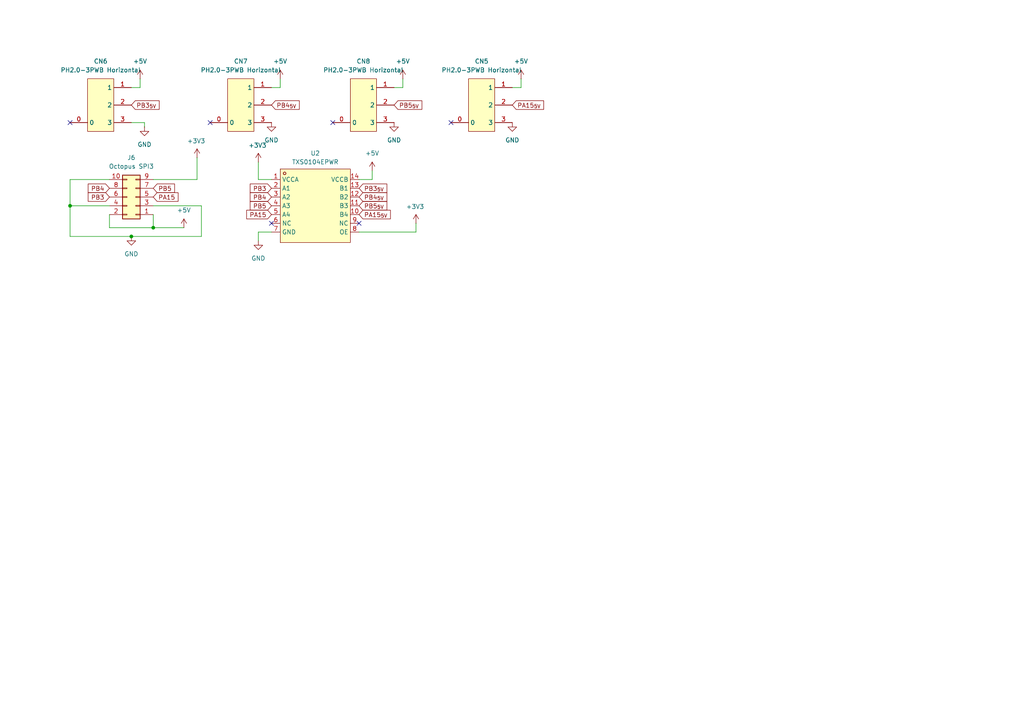
<source format=kicad_sch>
(kicad_sch
	(version 20231120)
	(generator "eeschema")
	(generator_version "8.0")
	(uuid "3b0ac5c1-2509-42ac-8519-4e187cfa66e7")
	(paper "A4")
	(lib_symbols
		(symbol "Connector_Generic:Conn_02x05_Odd_Even"
			(pin_names
				(offset 1.016) hide)
			(exclude_from_sim no)
			(in_bom yes)
			(on_board yes)
			(property "Reference" "J"
				(at 1.27 7.62 0)
				(effects
					(font
						(size 1.27 1.27)
					)
				)
			)
			(property "Value" "Conn_02x05_Odd_Even"
				(at 1.27 -7.62 0)
				(effects
					(font
						(size 1.27 1.27)
					)
				)
			)
			(property "Footprint" ""
				(at 0 0 0)
				(effects
					(font
						(size 1.27 1.27)
					)
					(hide yes)
				)
			)
			(property "Datasheet" "~"
				(at 0 0 0)
				(effects
					(font
						(size 1.27 1.27)
					)
					(hide yes)
				)
			)
			(property "Description" "Generic connector, double row, 02x05, odd/even pin numbering scheme (row 1 odd numbers, row 2 even numbers), script generated (kicad-library-utils/schlib/autogen/connector/)"
				(at 0 0 0)
				(effects
					(font
						(size 1.27 1.27)
					)
					(hide yes)
				)
			)
			(property "ki_keywords" "connector"
				(at 0 0 0)
				(effects
					(font
						(size 1.27 1.27)
					)
					(hide yes)
				)
			)
			(property "ki_fp_filters" "Connector*:*_2x??_*"
				(at 0 0 0)
				(effects
					(font
						(size 1.27 1.27)
					)
					(hide yes)
				)
			)
			(symbol "Conn_02x05_Odd_Even_1_1"
				(rectangle
					(start -1.27 -4.953)
					(end 0 -5.207)
					(stroke
						(width 0.1524)
						(type default)
					)
					(fill
						(type none)
					)
				)
				(rectangle
					(start -1.27 -2.413)
					(end 0 -2.667)
					(stroke
						(width 0.1524)
						(type default)
					)
					(fill
						(type none)
					)
				)
				(rectangle
					(start -1.27 0.127)
					(end 0 -0.127)
					(stroke
						(width 0.1524)
						(type default)
					)
					(fill
						(type none)
					)
				)
				(rectangle
					(start -1.27 2.667)
					(end 0 2.413)
					(stroke
						(width 0.1524)
						(type default)
					)
					(fill
						(type none)
					)
				)
				(rectangle
					(start -1.27 5.207)
					(end 0 4.953)
					(stroke
						(width 0.1524)
						(type default)
					)
					(fill
						(type none)
					)
				)
				(rectangle
					(start -1.27 6.35)
					(end 3.81 -6.35)
					(stroke
						(width 0.254)
						(type default)
					)
					(fill
						(type background)
					)
				)
				(rectangle
					(start 3.81 -4.953)
					(end 2.54 -5.207)
					(stroke
						(width 0.1524)
						(type default)
					)
					(fill
						(type none)
					)
				)
				(rectangle
					(start 3.81 -2.413)
					(end 2.54 -2.667)
					(stroke
						(width 0.1524)
						(type default)
					)
					(fill
						(type none)
					)
				)
				(rectangle
					(start 3.81 0.127)
					(end 2.54 -0.127)
					(stroke
						(width 0.1524)
						(type default)
					)
					(fill
						(type none)
					)
				)
				(rectangle
					(start 3.81 2.667)
					(end 2.54 2.413)
					(stroke
						(width 0.1524)
						(type default)
					)
					(fill
						(type none)
					)
				)
				(rectangle
					(start 3.81 5.207)
					(end 2.54 4.953)
					(stroke
						(width 0.1524)
						(type default)
					)
					(fill
						(type none)
					)
				)
				(pin passive line
					(at -5.08 5.08 0)
					(length 3.81)
					(name "Pin_1"
						(effects
							(font
								(size 1.27 1.27)
							)
						)
					)
					(number "1"
						(effects
							(font
								(size 1.27 1.27)
							)
						)
					)
				)
				(pin passive line
					(at 7.62 -5.08 180)
					(length 3.81)
					(name "Pin_10"
						(effects
							(font
								(size 1.27 1.27)
							)
						)
					)
					(number "10"
						(effects
							(font
								(size 1.27 1.27)
							)
						)
					)
				)
				(pin passive line
					(at 7.62 5.08 180)
					(length 3.81)
					(name "Pin_2"
						(effects
							(font
								(size 1.27 1.27)
							)
						)
					)
					(number "2"
						(effects
							(font
								(size 1.27 1.27)
							)
						)
					)
				)
				(pin passive line
					(at -5.08 2.54 0)
					(length 3.81)
					(name "Pin_3"
						(effects
							(font
								(size 1.27 1.27)
							)
						)
					)
					(number "3"
						(effects
							(font
								(size 1.27 1.27)
							)
						)
					)
				)
				(pin passive line
					(at 7.62 2.54 180)
					(length 3.81)
					(name "Pin_4"
						(effects
							(font
								(size 1.27 1.27)
							)
						)
					)
					(number "4"
						(effects
							(font
								(size 1.27 1.27)
							)
						)
					)
				)
				(pin passive line
					(at -5.08 0 0)
					(length 3.81)
					(name "Pin_5"
						(effects
							(font
								(size 1.27 1.27)
							)
						)
					)
					(number "5"
						(effects
							(font
								(size 1.27 1.27)
							)
						)
					)
				)
				(pin passive line
					(at 7.62 0 180)
					(length 3.81)
					(name "Pin_6"
						(effects
							(font
								(size 1.27 1.27)
							)
						)
					)
					(number "6"
						(effects
							(font
								(size 1.27 1.27)
							)
						)
					)
				)
				(pin passive line
					(at -5.08 -2.54 0)
					(length 3.81)
					(name "Pin_7"
						(effects
							(font
								(size 1.27 1.27)
							)
						)
					)
					(number "7"
						(effects
							(font
								(size 1.27 1.27)
							)
						)
					)
				)
				(pin passive line
					(at 7.62 -2.54 180)
					(length 3.81)
					(name "Pin_8"
						(effects
							(font
								(size 1.27 1.27)
							)
						)
					)
					(number "8"
						(effects
							(font
								(size 1.27 1.27)
							)
						)
					)
				)
				(pin passive line
					(at -5.08 -5.08 0)
					(length 3.81)
					(name "Pin_9"
						(effects
							(font
								(size 1.27 1.27)
							)
						)
					)
					(number "9"
						(effects
							(font
								(size 1.27 1.27)
							)
						)
					)
				)
			)
		)
		(symbol "easyeda:PH2.0-3PWBHorizontal"
			(exclude_from_sim no)
			(in_bom yes)
			(on_board yes)
			(property "Reference" "CN"
				(at 0 10.16 0)
				(effects
					(font
						(size 1.27 1.27)
					)
				)
			)
			(property "Value" "PH2.0-3PWB Horizontal"
				(at 0 -10.16 0)
				(effects
					(font
						(size 1.27 1.27)
					)
				)
			)
			(property "Footprint" "easyeda:CONN-TH_PH-3PWB"
				(at 0 -12.7 0)
				(effects
					(font
						(size 1.27 1.27)
					)
					(hide yes)
				)
			)
			(property "Datasheet" "https://lcsc.com/product-detail/PH-Connectors_PH2-0-3PWB-Horizontal_C81626.html"
				(at 0 -15.24 0)
				(effects
					(font
						(size 1.27 1.27)
					)
					(hide yes)
				)
			)
			(property "Description" ""
				(at 0 0 0)
				(effects
					(font
						(size 1.27 1.27)
					)
					(hide yes)
				)
			)
			(property "LCSC Part" "C81626"
				(at 0 -17.78 0)
				(effects
					(font
						(size 1.27 1.27)
					)
					(hide yes)
				)
			)
			(symbol "PH2.0-3PWBHorizontal_0_1"
				(rectangle
					(start -7.62 7.62)
					(end 0 -7.62)
					(stroke
						(width 0)
						(type default)
					)
					(fill
						(type background)
					)
				)
				(pin unspecified line
					(at -12.7 -5.08 0)
					(length 5.08)
					(name "0"
						(effects
							(font
								(size 1.27 1.27)
							)
						)
					)
					(number "0"
						(effects
							(font
								(size 1.27 1.27)
							)
						)
					)
				)
				(pin input line
					(at 5.08 5.08 180)
					(length 5.08)
					(name "1"
						(effects
							(font
								(size 1.27 1.27)
							)
						)
					)
					(number "1"
						(effects
							(font
								(size 1.27 1.27)
							)
						)
					)
				)
				(pin input line
					(at 5.08 0 180)
					(length 5.08)
					(name "2"
						(effects
							(font
								(size 1.27 1.27)
							)
						)
					)
					(number "2"
						(effects
							(font
								(size 1.27 1.27)
							)
						)
					)
				)
				(pin input line
					(at 5.08 -5.08 180)
					(length 5.08)
					(name "3"
						(effects
							(font
								(size 1.27 1.27)
							)
						)
					)
					(number "3"
						(effects
							(font
								(size 1.27 1.27)
							)
						)
					)
				)
			)
		)
		(symbol "easyeda:TXS0104EPWR"
			(exclude_from_sim no)
			(in_bom yes)
			(on_board yes)
			(property "Reference" "U"
				(at 0 12.7 0)
				(effects
					(font
						(size 1.27 1.27)
					)
				)
			)
			(property "Value" "TXS0104EPWR"
				(at 0 -12.7 0)
				(effects
					(font
						(size 1.27 1.27)
					)
				)
			)
			(property "Footprint" "easyeda:TSSOP-14_L5.0-W4.4-P0.65-LS6.4-BL"
				(at 0 -15.24 0)
				(effects
					(font
						(size 1.27 1.27)
					)
					(hide yes)
				)
			)
			(property "Datasheet" "https://lcsc.com/product-detail/Interface-ICs_TI_TXS0104EPWR_TXS0104EPWR_C44955.html"
				(at 0 -17.78 0)
				(effects
					(font
						(size 1.27 1.27)
					)
					(hide yes)
				)
			)
			(property "Description" ""
				(at 0 0 0)
				(effects
					(font
						(size 1.27 1.27)
					)
					(hide yes)
				)
			)
			(property "LCSC Part" "C44955"
				(at 0 -20.32 0)
				(effects
					(font
						(size 1.27 1.27)
					)
					(hide yes)
				)
			)
			(symbol "TXS0104EPWR_0_1"
				(rectangle
					(start -10.16 10.67)
					(end 10.16 -10.67)
					(stroke
						(width 0)
						(type default)
					)
					(fill
						(type background)
					)
				)
				(circle
					(center -8.89 9.4)
					(radius 0.38)
					(stroke
						(width 0)
						(type default)
					)
					(fill
						(type none)
					)
				)
				(circle
					(center -8.89 9.4)
					(radius 0.38)
					(stroke
						(width 0)
						(type default)
					)
					(fill
						(type none)
					)
				)
				(pin unspecified line
					(at -12.7 7.62 0)
					(length 2.54)
					(name "VCCA"
						(effects
							(font
								(size 1.27 1.27)
							)
						)
					)
					(number "1"
						(effects
							(font
								(size 1.27 1.27)
							)
						)
					)
				)
				(pin unspecified line
					(at 12.7 -2.54 180)
					(length 2.54)
					(name "B4"
						(effects
							(font
								(size 1.27 1.27)
							)
						)
					)
					(number "10"
						(effects
							(font
								(size 1.27 1.27)
							)
						)
					)
				)
				(pin unspecified line
					(at 12.7 0 180)
					(length 2.54)
					(name "B3"
						(effects
							(font
								(size 1.27 1.27)
							)
						)
					)
					(number "11"
						(effects
							(font
								(size 1.27 1.27)
							)
						)
					)
				)
				(pin unspecified line
					(at 12.7 2.54 180)
					(length 2.54)
					(name "B2"
						(effects
							(font
								(size 1.27 1.27)
							)
						)
					)
					(number "12"
						(effects
							(font
								(size 1.27 1.27)
							)
						)
					)
				)
				(pin unspecified line
					(at 12.7 5.08 180)
					(length 2.54)
					(name "B1"
						(effects
							(font
								(size 1.27 1.27)
							)
						)
					)
					(number "13"
						(effects
							(font
								(size 1.27 1.27)
							)
						)
					)
				)
				(pin unspecified line
					(at 12.7 7.62 180)
					(length 2.54)
					(name "VCCB"
						(effects
							(font
								(size 1.27 1.27)
							)
						)
					)
					(number "14"
						(effects
							(font
								(size 1.27 1.27)
							)
						)
					)
				)
				(pin unspecified line
					(at -12.7 5.08 0)
					(length 2.54)
					(name "A1"
						(effects
							(font
								(size 1.27 1.27)
							)
						)
					)
					(number "2"
						(effects
							(font
								(size 1.27 1.27)
							)
						)
					)
				)
				(pin unspecified line
					(at -12.7 2.54 0)
					(length 2.54)
					(name "A2"
						(effects
							(font
								(size 1.27 1.27)
							)
						)
					)
					(number "3"
						(effects
							(font
								(size 1.27 1.27)
							)
						)
					)
				)
				(pin unspecified line
					(at -12.7 0 0)
					(length 2.54)
					(name "A3"
						(effects
							(font
								(size 1.27 1.27)
							)
						)
					)
					(number "4"
						(effects
							(font
								(size 1.27 1.27)
							)
						)
					)
				)
				(pin unspecified line
					(at -12.7 -2.54 0)
					(length 2.54)
					(name "A4"
						(effects
							(font
								(size 1.27 1.27)
							)
						)
					)
					(number "5"
						(effects
							(font
								(size 1.27 1.27)
							)
						)
					)
				)
				(pin unspecified line
					(at -12.7 -5.08 0)
					(length 2.54)
					(name "NC"
						(effects
							(font
								(size 1.27 1.27)
							)
						)
					)
					(number "6"
						(effects
							(font
								(size 1.27 1.27)
							)
						)
					)
				)
				(pin unspecified line
					(at -12.7 -7.62 0)
					(length 2.54)
					(name "GND"
						(effects
							(font
								(size 1.27 1.27)
							)
						)
					)
					(number "7"
						(effects
							(font
								(size 1.27 1.27)
							)
						)
					)
				)
				(pin unspecified line
					(at 12.7 -7.62 180)
					(length 2.54)
					(name "OE"
						(effects
							(font
								(size 1.27 1.27)
							)
						)
					)
					(number "8"
						(effects
							(font
								(size 1.27 1.27)
							)
						)
					)
				)
				(pin unspecified line
					(at 12.7 -5.08 180)
					(length 2.54)
					(name "NC"
						(effects
							(font
								(size 1.27 1.27)
							)
						)
					)
					(number "9"
						(effects
							(font
								(size 1.27 1.27)
							)
						)
					)
				)
			)
		)
		(symbol "power:+3V3"
			(power)
			(pin_numbers hide)
			(pin_names
				(offset 0) hide)
			(exclude_from_sim no)
			(in_bom yes)
			(on_board yes)
			(property "Reference" "#PWR"
				(at 0 -3.81 0)
				(effects
					(font
						(size 1.27 1.27)
					)
					(hide yes)
				)
			)
			(property "Value" "+3V3"
				(at 0 3.556 0)
				(effects
					(font
						(size 1.27 1.27)
					)
				)
			)
			(property "Footprint" ""
				(at 0 0 0)
				(effects
					(font
						(size 1.27 1.27)
					)
					(hide yes)
				)
			)
			(property "Datasheet" ""
				(at 0 0 0)
				(effects
					(font
						(size 1.27 1.27)
					)
					(hide yes)
				)
			)
			(property "Description" "Power symbol creates a global label with name \"+3V3\""
				(at 0 0 0)
				(effects
					(font
						(size 1.27 1.27)
					)
					(hide yes)
				)
			)
			(property "ki_keywords" "global power"
				(at 0 0 0)
				(effects
					(font
						(size 1.27 1.27)
					)
					(hide yes)
				)
			)
			(symbol "+3V3_0_1"
				(polyline
					(pts
						(xy -0.762 1.27) (xy 0 2.54)
					)
					(stroke
						(width 0)
						(type default)
					)
					(fill
						(type none)
					)
				)
				(polyline
					(pts
						(xy 0 0) (xy 0 2.54)
					)
					(stroke
						(width 0)
						(type default)
					)
					(fill
						(type none)
					)
				)
				(polyline
					(pts
						(xy 0 2.54) (xy 0.762 1.27)
					)
					(stroke
						(width 0)
						(type default)
					)
					(fill
						(type none)
					)
				)
			)
			(symbol "+3V3_1_1"
				(pin power_in line
					(at 0 0 90)
					(length 0)
					(name "~"
						(effects
							(font
								(size 1.27 1.27)
							)
						)
					)
					(number "1"
						(effects
							(font
								(size 1.27 1.27)
							)
						)
					)
				)
			)
		)
		(symbol "power:+5V"
			(power)
			(pin_numbers hide)
			(pin_names
				(offset 0) hide)
			(exclude_from_sim no)
			(in_bom yes)
			(on_board yes)
			(property "Reference" "#PWR"
				(at 0 -3.81 0)
				(effects
					(font
						(size 1.27 1.27)
					)
					(hide yes)
				)
			)
			(property "Value" "+5V"
				(at 0 3.556 0)
				(effects
					(font
						(size 1.27 1.27)
					)
				)
			)
			(property "Footprint" ""
				(at 0 0 0)
				(effects
					(font
						(size 1.27 1.27)
					)
					(hide yes)
				)
			)
			(property "Datasheet" ""
				(at 0 0 0)
				(effects
					(font
						(size 1.27 1.27)
					)
					(hide yes)
				)
			)
			(property "Description" "Power symbol creates a global label with name \"+5V\""
				(at 0 0 0)
				(effects
					(font
						(size 1.27 1.27)
					)
					(hide yes)
				)
			)
			(property "ki_keywords" "global power"
				(at 0 0 0)
				(effects
					(font
						(size 1.27 1.27)
					)
					(hide yes)
				)
			)
			(symbol "+5V_0_1"
				(polyline
					(pts
						(xy -0.762 1.27) (xy 0 2.54)
					)
					(stroke
						(width 0)
						(type default)
					)
					(fill
						(type none)
					)
				)
				(polyline
					(pts
						(xy 0 0) (xy 0 2.54)
					)
					(stroke
						(width 0)
						(type default)
					)
					(fill
						(type none)
					)
				)
				(polyline
					(pts
						(xy 0 2.54) (xy 0.762 1.27)
					)
					(stroke
						(width 0)
						(type default)
					)
					(fill
						(type none)
					)
				)
			)
			(symbol "+5V_1_1"
				(pin power_in line
					(at 0 0 90)
					(length 0)
					(name "~"
						(effects
							(font
								(size 1.27 1.27)
							)
						)
					)
					(number "1"
						(effects
							(font
								(size 1.27 1.27)
							)
						)
					)
				)
			)
		)
		(symbol "power:GND"
			(power)
			(pin_numbers hide)
			(pin_names
				(offset 0) hide)
			(exclude_from_sim no)
			(in_bom yes)
			(on_board yes)
			(property "Reference" "#PWR"
				(at 0 -6.35 0)
				(effects
					(font
						(size 1.27 1.27)
					)
					(hide yes)
				)
			)
			(property "Value" "GND"
				(at 0 -3.81 0)
				(effects
					(font
						(size 1.27 1.27)
					)
				)
			)
			(property "Footprint" ""
				(at 0 0 0)
				(effects
					(font
						(size 1.27 1.27)
					)
					(hide yes)
				)
			)
			(property "Datasheet" ""
				(at 0 0 0)
				(effects
					(font
						(size 1.27 1.27)
					)
					(hide yes)
				)
			)
			(property "Description" "Power symbol creates a global label with name \"GND\" , ground"
				(at 0 0 0)
				(effects
					(font
						(size 1.27 1.27)
					)
					(hide yes)
				)
			)
			(property "ki_keywords" "global power"
				(at 0 0 0)
				(effects
					(font
						(size 1.27 1.27)
					)
					(hide yes)
				)
			)
			(symbol "GND_0_1"
				(polyline
					(pts
						(xy 0 0) (xy 0 -1.27) (xy 1.27 -1.27) (xy 0 -2.54) (xy -1.27 -1.27) (xy 0 -1.27)
					)
					(stroke
						(width 0)
						(type default)
					)
					(fill
						(type none)
					)
				)
			)
			(symbol "GND_1_1"
				(pin power_in line
					(at 0 0 270)
					(length 0)
					(name "~"
						(effects
							(font
								(size 1.27 1.27)
							)
						)
					)
					(number "1"
						(effects
							(font
								(size 1.27 1.27)
							)
						)
					)
				)
			)
		)
	)
	(junction
		(at 20.32 59.69)
		(diameter 0)
		(color 0 0 0 0)
		(uuid "036746de-b995-4e72-8279-d75a3855dedd")
	)
	(junction
		(at 38.1 68.58)
		(diameter 0)
		(color 0 0 0 0)
		(uuid "84187d57-3788-4b79-8beb-d78a0c8da0be")
	)
	(junction
		(at 44.45 66.04)
		(diameter 0)
		(color 0 0 0 0)
		(uuid "9b4ca0f5-c609-43a5-aa8e-e551584b35ac")
	)
	(no_connect
		(at 130.81 35.56)
		(uuid "109065d4-ebf1-471f-9862-8d236269ee0d")
	)
	(no_connect
		(at 78.74 64.77)
		(uuid "5f9748dd-e2a8-4f12-96b3-2f1812cfa394")
	)
	(no_connect
		(at 20.32 35.56)
		(uuid "9ce263e5-0ac8-4286-89b5-ac6147e975d2")
	)
	(no_connect
		(at 104.14 64.77)
		(uuid "c4185dc5-b719-46ba-a627-28156c04f909")
	)
	(no_connect
		(at 60.96 35.56)
		(uuid "e1987b03-c4b2-4bab-aef7-5882e7228b05")
	)
	(no_connect
		(at 96.52 35.56)
		(uuid "fe7141b8-b293-4c05-8e10-65b627bb30a1")
	)
	(wire
		(pts
			(xy 151.13 22.86) (xy 151.13 25.4)
		)
		(stroke
			(width 0)
			(type default)
		)
		(uuid "0986e8d1-cd26-4e98-af6a-5cba89a63130")
	)
	(wire
		(pts
			(xy 104.14 67.31) (xy 120.65 67.31)
		)
		(stroke
			(width 0)
			(type default)
		)
		(uuid "10855db9-db37-4e87-b371-aa794023e388")
	)
	(wire
		(pts
			(xy 74.93 67.31) (xy 74.93 69.85)
		)
		(stroke
			(width 0)
			(type default)
		)
		(uuid "319bc48b-db0a-4add-8680-efbb161c0112")
	)
	(wire
		(pts
			(xy 58.42 68.58) (xy 58.42 59.69)
		)
		(stroke
			(width 0)
			(type default)
		)
		(uuid "36f02ca2-684f-4227-a888-8477ad8138c6")
	)
	(wire
		(pts
			(xy 116.84 22.86) (xy 116.84 25.4)
		)
		(stroke
			(width 0)
			(type default)
		)
		(uuid "39df4a25-6cef-4c3f-a876-0272345b805a")
	)
	(wire
		(pts
			(xy 20.32 59.69) (xy 20.32 68.58)
		)
		(stroke
			(width 0)
			(type default)
		)
		(uuid "3e8888f0-dd77-4fe3-93de-470b0e1c5b16")
	)
	(wire
		(pts
			(xy 20.32 52.07) (xy 20.32 59.69)
		)
		(stroke
			(width 0)
			(type default)
		)
		(uuid "40674745-240c-43c4-95fd-9bb04a81de26")
	)
	(wire
		(pts
			(xy 40.64 22.86) (xy 40.64 25.4)
		)
		(stroke
			(width 0)
			(type default)
		)
		(uuid "40a2fc99-b951-49fe-b5ca-7c964302fbb1")
	)
	(wire
		(pts
			(xy 107.95 52.07) (xy 107.95 49.53)
		)
		(stroke
			(width 0)
			(type default)
		)
		(uuid "4f8af85a-9daf-462f-ba8a-b945f40c015d")
	)
	(wire
		(pts
			(xy 44.45 66.04) (xy 31.75 66.04)
		)
		(stroke
			(width 0)
			(type default)
		)
		(uuid "51180db8-435f-4688-916d-38c95dce2daf")
	)
	(wire
		(pts
			(xy 104.14 52.07) (xy 107.95 52.07)
		)
		(stroke
			(width 0)
			(type default)
		)
		(uuid "536b9434-3767-4575-b61d-d2f54eb84a73")
	)
	(wire
		(pts
			(xy 31.75 66.04) (xy 31.75 62.23)
		)
		(stroke
			(width 0)
			(type default)
		)
		(uuid "6d56bd32-6fcb-4a8a-a131-35d93bc83ebc")
	)
	(wire
		(pts
			(xy 120.65 67.31) (xy 120.65 64.77)
		)
		(stroke
			(width 0)
			(type default)
		)
		(uuid "6eeea346-e195-458c-b197-16a849ee78c6")
	)
	(wire
		(pts
			(xy 20.32 52.07) (xy 31.75 52.07)
		)
		(stroke
			(width 0)
			(type default)
		)
		(uuid "7f6a2bfe-d343-41ec-83da-b66bd6fa7000")
	)
	(wire
		(pts
			(xy 78.74 67.31) (xy 74.93 67.31)
		)
		(stroke
			(width 0)
			(type default)
		)
		(uuid "8394b0c5-fe8e-43dd-b3ae-423727d03fba")
	)
	(wire
		(pts
			(xy 41.91 35.56) (xy 41.91 36.83)
		)
		(stroke
			(width 0)
			(type default)
		)
		(uuid "91df7ae5-429f-4d0d-ad1b-30d0c124fb0b")
	)
	(wire
		(pts
			(xy 38.1 68.58) (xy 58.42 68.58)
		)
		(stroke
			(width 0)
			(type default)
		)
		(uuid "93245654-ab7d-4d6c-a84b-4f14cacf9d79")
	)
	(wire
		(pts
			(xy 53.34 66.04) (xy 44.45 66.04)
		)
		(stroke
			(width 0)
			(type default)
		)
		(uuid "9c747d95-61f8-4fdc-bc19-b16641f560d2")
	)
	(wire
		(pts
			(xy 74.93 52.07) (xy 78.74 52.07)
		)
		(stroke
			(width 0)
			(type default)
		)
		(uuid "9f97b3b6-8abf-4fd3-b878-020fc5c0e410")
	)
	(wire
		(pts
			(xy 151.13 25.4) (xy 148.59 25.4)
		)
		(stroke
			(width 0)
			(type default)
		)
		(uuid "a505c7c9-4504-4781-a0d2-6ac2fd47d558")
	)
	(wire
		(pts
			(xy 40.64 25.4) (xy 38.1 25.4)
		)
		(stroke
			(width 0)
			(type default)
		)
		(uuid "a62c36a5-5e3a-45bc-ab12-22858e98fe16")
	)
	(wire
		(pts
			(xy 81.28 22.86) (xy 81.28 25.4)
		)
		(stroke
			(width 0)
			(type default)
		)
		(uuid "a8171c64-88b5-4bb5-9c58-dc1f072af6e7")
	)
	(wire
		(pts
			(xy 116.84 25.4) (xy 114.3 25.4)
		)
		(stroke
			(width 0)
			(type default)
		)
		(uuid "b2426ff3-2191-4497-ae7a-223f1142a9d6")
	)
	(wire
		(pts
			(xy 38.1 35.56) (xy 41.91 35.56)
		)
		(stroke
			(width 0)
			(type default)
		)
		(uuid "b790ffe9-885b-41d5-8ef0-7375ee152e0a")
	)
	(wire
		(pts
			(xy 57.15 52.07) (xy 57.15 45.72)
		)
		(stroke
			(width 0)
			(type default)
		)
		(uuid "ba78b2da-46e0-4672-b044-27f8e1885e62")
	)
	(wire
		(pts
			(xy 20.32 68.58) (xy 38.1 68.58)
		)
		(stroke
			(width 0)
			(type default)
		)
		(uuid "bc7d35f8-9f72-4427-8b3a-4fa4cb436d28")
	)
	(wire
		(pts
			(xy 58.42 59.69) (xy 44.45 59.69)
		)
		(stroke
			(width 0)
			(type default)
		)
		(uuid "c59bcafe-e1f9-47f6-ac93-cfb05fa9acca")
	)
	(wire
		(pts
			(xy 81.28 25.4) (xy 78.74 25.4)
		)
		(stroke
			(width 0)
			(type default)
		)
		(uuid "c6d30572-1253-494c-b5d6-fd406b485014")
	)
	(wire
		(pts
			(xy 74.93 46.99) (xy 74.93 52.07)
		)
		(stroke
			(width 0)
			(type default)
		)
		(uuid "cbd84b78-5636-4b57-a41d-ce90ccf8417e")
	)
	(wire
		(pts
			(xy 44.45 52.07) (xy 57.15 52.07)
		)
		(stroke
			(width 0)
			(type default)
		)
		(uuid "cc88ce89-e260-4db0-b8d8-9efe08125fa1")
	)
	(wire
		(pts
			(xy 44.45 66.04) (xy 44.45 62.23)
		)
		(stroke
			(width 0)
			(type default)
		)
		(uuid "d770e979-07ef-4442-8b54-1a09342b71ef")
	)
	(wire
		(pts
			(xy 20.32 59.69) (xy 31.75 59.69)
		)
		(stroke
			(width 0)
			(type default)
		)
		(uuid "f7f59068-48cc-4f93-9c9b-58bc6f18f497")
	)
	(global_label "PB3_{5V}"
		(shape input)
		(at 104.14 54.61 0)
		(fields_autoplaced yes)
		(effects
			(font
				(size 1.27 1.27)
			)
			(justify left)
		)
		(uuid "100f892b-0747-4732-9329-15a256ff654c")
		(property "Intersheetrefs" "${INTERSHEET_REFS}"
			(at 112.764 54.61 0)
			(effects
				(font
					(size 1.27 1.27)
				)
				(justify left)
				(hide yes)
			)
		)
	)
	(global_label "PB4"
		(shape input)
		(at 31.75 54.61 180)
		(fields_autoplaced yes)
		(effects
			(font
				(size 1.27 1.27)
			)
			(justify right)
		)
		(uuid "22408f4c-1acd-40c5-9420-6b58fd03f766")
		(property "Intersheetrefs" "${INTERSHEET_REFS}"
			(at 25.0153 54.61 0)
			(effects
				(font
					(size 1.27 1.27)
				)
				(justify right)
				(hide yes)
			)
		)
	)
	(global_label "PA15_{5V}"
		(shape input)
		(at 104.14 62.23 0)
		(fields_autoplaced yes)
		(effects
			(font
				(size 1.27 1.27)
			)
			(justify left)
		)
		(uuid "2c717fb1-3b20-4b66-868a-23fcaf33c908")
		(property "Intersheetrefs" "${INTERSHEET_REFS}"
			(at 113.7921 62.23 0)
			(effects
				(font
					(size 1.27 1.27)
				)
				(justify left)
				(hide yes)
			)
		)
	)
	(global_label "PB4_{5V}"
		(shape input)
		(at 78.74 30.48 0)
		(fields_autoplaced yes)
		(effects
			(font
				(size 1.27 1.27)
			)
			(justify left)
		)
		(uuid "4da7a6a0-3877-4d28-b776-79e875d5fbe2")
		(property "Intersheetrefs" "${INTERSHEET_REFS}"
			(at 87.364 30.48 0)
			(effects
				(font
					(size 1.27 1.27)
				)
				(justify left)
				(hide yes)
			)
		)
	)
	(global_label "PB4"
		(shape input)
		(at 78.74 57.15 180)
		(fields_autoplaced yes)
		(effects
			(font
				(size 1.27 1.27)
			)
			(justify right)
		)
		(uuid "500755e7-bb1a-4840-b85f-e10cb224ddf2")
		(property "Intersheetrefs" "${INTERSHEET_REFS}"
			(at 72.0053 57.15 0)
			(effects
				(font
					(size 1.27 1.27)
				)
				(justify right)
				(hide yes)
			)
		)
	)
	(global_label "PB5"
		(shape input)
		(at 78.74 59.69 180)
		(fields_autoplaced yes)
		(effects
			(font
				(size 1.27 1.27)
			)
			(justify right)
		)
		(uuid "66134c70-7f86-4e3a-a9d4-5bcbf0f0453b")
		(property "Intersheetrefs" "${INTERSHEET_REFS}"
			(at 72.0053 59.69 0)
			(effects
				(font
					(size 1.27 1.27)
				)
				(justify right)
				(hide yes)
			)
		)
	)
	(global_label "PB3"
		(shape input)
		(at 31.75 57.15 180)
		(fields_autoplaced yes)
		(effects
			(font
				(size 1.27 1.27)
			)
			(justify right)
		)
		(uuid "81b5b009-cc5c-42d6-8028-8b4d71e18384")
		(property "Intersheetrefs" "${INTERSHEET_REFS}"
			(at 25.0153 57.15 0)
			(effects
				(font
					(size 1.27 1.27)
				)
				(justify right)
				(hide yes)
			)
		)
	)
	(global_label "PB5_{5V}"
		(shape input)
		(at 114.3 30.48 0)
		(fields_autoplaced yes)
		(effects
			(font
				(size 1.27 1.27)
			)
			(justify left)
		)
		(uuid "921e24ce-7ae8-404e-a9aa-f22a04c486c9")
		(property "Intersheetrefs" "${INTERSHEET_REFS}"
			(at 122.924 30.48 0)
			(effects
				(font
					(size 1.27 1.27)
				)
				(justify left)
				(hide yes)
			)
		)
	)
	(global_label "PB4_{5V}"
		(shape input)
		(at 104.14 57.15 0)
		(fields_autoplaced yes)
		(effects
			(font
				(size 1.27 1.27)
			)
			(justify left)
		)
		(uuid "942a5d4c-469e-4fc2-9c1b-dd6a3745f788")
		(property "Intersheetrefs" "${INTERSHEET_REFS}"
			(at 112.764 57.15 0)
			(effects
				(font
					(size 1.27 1.27)
				)
				(justify left)
				(hide yes)
			)
		)
	)
	(global_label "PA15"
		(shape input)
		(at 44.45 57.15 0)
		(fields_autoplaced yes)
		(effects
			(font
				(size 1.27 1.27)
			)
			(justify left)
		)
		(uuid "b8035611-4c6c-49c0-a5f8-a7af466f5f2b")
		(property "Intersheetrefs" "${INTERSHEET_REFS}"
			(at 52.2128 57.15 0)
			(effects
				(font
					(size 1.27 1.27)
				)
				(justify left)
				(hide yes)
			)
		)
	)
	(global_label "PA15"
		(shape input)
		(at 78.74 62.23 180)
		(fields_autoplaced yes)
		(effects
			(font
				(size 1.27 1.27)
			)
			(justify right)
		)
		(uuid "ba2bbf80-d5d0-4d6e-b190-15400df20e8e")
		(property "Intersheetrefs" "${INTERSHEET_REFS}"
			(at 70.9772 62.23 0)
			(effects
				(font
					(size 1.27 1.27)
				)
				(justify right)
				(hide yes)
			)
		)
	)
	(global_label "PB5"
		(shape input)
		(at 44.45 54.61 0)
		(fields_autoplaced yes)
		(effects
			(font
				(size 1.27 1.27)
			)
			(justify left)
		)
		(uuid "bf41549b-9e8f-40ee-be21-57562cf68703")
		(property "Intersheetrefs" "${INTERSHEET_REFS}"
			(at 51.1847 54.61 0)
			(effects
				(font
					(size 1.27 1.27)
				)
				(justify left)
				(hide yes)
			)
		)
	)
	(global_label "PB5_{5V}"
		(shape input)
		(at 104.14 59.69 0)
		(fields_autoplaced yes)
		(effects
			(font
				(size 1.27 1.27)
			)
			(justify left)
		)
		(uuid "c97047e2-8476-4a81-b483-00be5fac3c6f")
		(property "Intersheetrefs" "${INTERSHEET_REFS}"
			(at 112.764 59.69 0)
			(effects
				(font
					(size 1.27 1.27)
				)
				(justify left)
				(hide yes)
			)
		)
	)
	(global_label "PB3_{5V}"
		(shape input)
		(at 38.1 30.48 0)
		(fields_autoplaced yes)
		(effects
			(font
				(size 1.27 1.27)
			)
			(justify left)
		)
		(uuid "cb97de17-e96a-4aed-9112-f232f82f4bd8")
		(property "Intersheetrefs" "${INTERSHEET_REFS}"
			(at 46.724 30.48 0)
			(effects
				(font
					(size 1.27 1.27)
				)
				(justify left)
				(hide yes)
			)
		)
	)
	(global_label "PA15_{5V}"
		(shape input)
		(at 148.59 30.48 0)
		(fields_autoplaced yes)
		(effects
			(font
				(size 1.27 1.27)
			)
			(justify left)
		)
		(uuid "e1ce00c2-d105-4e32-aec0-c25a44b876be")
		(property "Intersheetrefs" "${INTERSHEET_REFS}"
			(at 158.2421 30.48 0)
			(effects
				(font
					(size 1.27 1.27)
				)
				(justify left)
				(hide yes)
			)
		)
	)
	(global_label "PB3"
		(shape input)
		(at 78.74 54.61 180)
		(fields_autoplaced yes)
		(effects
			(font
				(size 1.27 1.27)
			)
			(justify right)
		)
		(uuid "e6e1308b-6b74-4fea-9787-3d328a3e0cb1")
		(property "Intersheetrefs" "${INTERSHEET_REFS}"
			(at 72.0053 54.61 0)
			(effects
				(font
					(size 1.27 1.27)
				)
				(justify right)
				(hide yes)
			)
		)
	)
	(symbol
		(lib_id "easyeda:PH2.0-3PWBHorizontal")
		(at 109.22 30.48 0)
		(unit 1)
		(exclude_from_sim no)
		(in_bom yes)
		(on_board yes)
		(dnp no)
		(fields_autoplaced yes)
		(uuid "09d7a533-934b-41d0-8553-5f835167be6d")
		(property "Reference" "CN8"
			(at 105.41 17.78 0)
			(effects
				(font
					(size 1.27 1.27)
				)
			)
		)
		(property "Value" "PH2.0-3PWB Horizontal"
			(at 105.41 20.32 0)
			(effects
				(font
					(size 1.27 1.27)
				)
			)
		)
		(property "Footprint" "easyeda:CONN-TH_PH-3PWB"
			(at 109.22 43.18 0)
			(effects
				(font
					(size 1.27 1.27)
				)
				(hide yes)
			)
		)
		(property "Datasheet" "https://lcsc.com/product-detail/PH-Connectors_PH2-0-3PWB-Horizontal_C81626.html"
			(at 109.22 45.72 0)
			(effects
				(font
					(size 1.27 1.27)
				)
				(hide yes)
			)
		)
		(property "Description" ""
			(at 109.22 30.48 0)
			(effects
				(font
					(size 1.27 1.27)
				)
				(hide yes)
			)
		)
		(property "LCSC Part" "C81626"
			(at 109.22 48.26 0)
			(effects
				(font
					(size 1.27 1.27)
				)
				(hide yes)
			)
		)
		(pin "0"
			(uuid "e592e3f3-d098-45df-81a2-63065de998dd")
		)
		(pin "1"
			(uuid "920cb455-4df1-4b0a-815d-bfb7f6cdea66")
		)
		(pin "3"
			(uuid "c4d6dded-637e-4e67-a9e5-ec890c47bd48")
		)
		(pin "2"
			(uuid "973674fb-c748-4e3d-9c17-4dcfc9984bcf")
		)
		(instances
			(project "octopixel"
				(path "/3b0ac5c1-2509-42ac-8519-4e187cfa66e7"
					(reference "CN8")
					(unit 1)
				)
			)
		)
	)
	(symbol
		(lib_id "easyeda:PH2.0-3PWBHorizontal")
		(at 73.66 30.48 0)
		(unit 1)
		(exclude_from_sim no)
		(in_bom yes)
		(on_board yes)
		(dnp no)
		(fields_autoplaced yes)
		(uuid "17061fc7-1bf3-4a3f-8821-9bb67303aca8")
		(property "Reference" "CN7"
			(at 69.85 17.78 0)
			(effects
				(font
					(size 1.27 1.27)
				)
			)
		)
		(property "Value" "PH2.0-3PWB Horizontal"
			(at 69.85 20.32 0)
			(effects
				(font
					(size 1.27 1.27)
				)
			)
		)
		(property "Footprint" "easyeda:CONN-TH_PH-3PWB"
			(at 73.66 43.18 0)
			(effects
				(font
					(size 1.27 1.27)
				)
				(hide yes)
			)
		)
		(property "Datasheet" "https://lcsc.com/product-detail/PH-Connectors_PH2-0-3PWB-Horizontal_C81626.html"
			(at 73.66 45.72 0)
			(effects
				(font
					(size 1.27 1.27)
				)
				(hide yes)
			)
		)
		(property "Description" ""
			(at 73.66 30.48 0)
			(effects
				(font
					(size 1.27 1.27)
				)
				(hide yes)
			)
		)
		(property "LCSC Part" "C81626"
			(at 73.66 48.26 0)
			(effects
				(font
					(size 1.27 1.27)
				)
				(hide yes)
			)
		)
		(pin "0"
			(uuid "a6413913-7966-4dd7-b596-fa4331569ed0")
		)
		(pin "1"
			(uuid "9c7c2398-38d7-4bf4-8e20-3c697ae1afec")
		)
		(pin "3"
			(uuid "caa7a4fd-7441-41dd-a692-d08da206d55e")
		)
		(pin "2"
			(uuid "3a5c6f4b-32e5-47d4-94ae-be37bd1e42ef")
		)
		(instances
			(project "octopixel"
				(path "/3b0ac5c1-2509-42ac-8519-4e187cfa66e7"
					(reference "CN7")
					(unit 1)
				)
			)
		)
	)
	(symbol
		(lib_id "power:GND")
		(at 41.91 36.83 0)
		(unit 1)
		(exclude_from_sim no)
		(in_bom yes)
		(on_board yes)
		(dnp no)
		(fields_autoplaced yes)
		(uuid "19e28e26-d9ff-4541-ad79-94da38ad85bc")
		(property "Reference" "#PWR04"
			(at 41.91 43.18 0)
			(effects
				(font
					(size 1.27 1.27)
				)
				(hide yes)
			)
		)
		(property "Value" "GND"
			(at 41.91 41.91 0)
			(effects
				(font
					(size 1.27 1.27)
				)
			)
		)
		(property "Footprint" ""
			(at 41.91 36.83 0)
			(effects
				(font
					(size 1.27 1.27)
				)
				(hide yes)
			)
		)
		(property "Datasheet" ""
			(at 41.91 36.83 0)
			(effects
				(font
					(size 1.27 1.27)
				)
				(hide yes)
			)
		)
		(property "Description" "Power symbol creates a global label with name \"GND\" , ground"
			(at 41.91 36.83 0)
			(effects
				(font
					(size 1.27 1.27)
				)
				(hide yes)
			)
		)
		(pin "1"
			(uuid "e6ce9f35-7a8f-428e-83e6-c84d3e41c97a")
		)
		(instances
			(project "octopixel"
				(path "/3b0ac5c1-2509-42ac-8519-4e187cfa66e7"
					(reference "#PWR04")
					(unit 1)
				)
			)
		)
	)
	(symbol
		(lib_id "Connector_Generic:Conn_02x05_Odd_Even")
		(at 39.37 57.15 180)
		(unit 1)
		(exclude_from_sim no)
		(in_bom yes)
		(on_board yes)
		(dnp no)
		(fields_autoplaced yes)
		(uuid "2b353a13-71bd-4adc-992b-c9bfeb0d79c2")
		(property "Reference" "J6"
			(at 38.1 45.72 0)
			(effects
				(font
					(size 1.27 1.27)
				)
			)
		)
		(property "Value" "Octopus SPI3"
			(at 38.1 48.26 0)
			(effects
				(font
					(size 1.27 1.27)
				)
			)
		)
		(property "Footprint" "Connector_PinSocket_2.54mm:PinSocket_2x05_P2.54mm_Horizontal"
			(at 39.37 57.15 0)
			(effects
				(font
					(size 1.27 1.27)
				)
				(hide yes)
			)
		)
		(property "Datasheet" "~"
			(at 39.37 57.15 0)
			(effects
				(font
					(size 1.27 1.27)
				)
				(hide yes)
			)
		)
		(property "Description" "Generic connector, double row, 02x05, odd/even pin numbering scheme (row 1 odd numbers, row 2 even numbers), script generated (kicad-library-utils/schlib/autogen/connector/)"
			(at 39.37 57.15 0)
			(effects
				(font
					(size 1.27 1.27)
				)
				(hide yes)
			)
		)
		(pin "3"
			(uuid "2077b6bc-e2f2-466d-9195-5d33d1f92faf")
		)
		(pin "10"
			(uuid "0caf00f8-c478-486f-ad5e-10b8ea3503f2")
		)
		(pin "5"
			(uuid "9b265ba4-2db1-4772-87a7-ae9b03870c36")
		)
		(pin "6"
			(uuid "fcfcfad5-11c0-44f1-939e-4f049aa54646")
		)
		(pin "9"
			(uuid "76588da4-e8a7-4754-8bf0-b395bc88a707")
		)
		(pin "1"
			(uuid "efa070f1-e8f6-4cb0-95b9-c13b3277969c")
		)
		(pin "8"
			(uuid "6bff62c2-2cb4-4ad2-a6f2-f4762e0cfc2b")
		)
		(pin "7"
			(uuid "5fef88ca-6af9-4f18-b3c0-c611ecafb43d")
		)
		(pin "4"
			(uuid "627aec22-d32b-46af-9b43-a1b970c3bc06")
		)
		(pin "2"
			(uuid "65d7f451-56f2-4e2e-9e66-e4e68c53b3f1")
		)
		(instances
			(project "octopixel"
				(path "/3b0ac5c1-2509-42ac-8519-4e187cfa66e7"
					(reference "J6")
					(unit 1)
				)
			)
		)
	)
	(symbol
		(lib_id "power:+3V3")
		(at 74.93 46.99 0)
		(unit 1)
		(exclude_from_sim no)
		(in_bom yes)
		(on_board yes)
		(dnp no)
		(uuid "3267af55-f1a7-4caa-a9f5-9a40639365b0")
		(property "Reference" "#PWR014"
			(at 74.93 50.8 0)
			(effects
				(font
					(size 1.27 1.27)
				)
				(hide yes)
			)
		)
		(property "Value" "+3V3"
			(at 74.676 42.164 0)
			(effects
				(font
					(size 1.27 1.27)
				)
			)
		)
		(property "Footprint" ""
			(at 74.93 46.99 0)
			(effects
				(font
					(size 1.27 1.27)
				)
				(hide yes)
			)
		)
		(property "Datasheet" ""
			(at 74.93 46.99 0)
			(effects
				(font
					(size 1.27 1.27)
				)
				(hide yes)
			)
		)
		(property "Description" "Power symbol creates a global label with name \"+3V3\""
			(at 74.93 46.99 0)
			(effects
				(font
					(size 1.27 1.27)
				)
				(hide yes)
			)
		)
		(pin "1"
			(uuid "db5a4ed5-77bc-45bd-801b-3b3c830f82ee")
		)
		(instances
			(project "octopixel"
				(path "/3b0ac5c1-2509-42ac-8519-4e187cfa66e7"
					(reference "#PWR014")
					(unit 1)
				)
			)
		)
	)
	(symbol
		(lib_id "power:+5V")
		(at 81.28 22.86 0)
		(mirror y)
		(unit 1)
		(exclude_from_sim no)
		(in_bom yes)
		(on_board yes)
		(dnp no)
		(fields_autoplaced yes)
		(uuid "4b3c6fda-4b6e-4818-8adf-63a167296aeb")
		(property "Reference" "#PWR030"
			(at 81.28 26.67 0)
			(effects
				(font
					(size 1.27 1.27)
				)
				(hide yes)
			)
		)
		(property "Value" "+5V"
			(at 81.28 17.78 0)
			(effects
				(font
					(size 1.27 1.27)
				)
			)
		)
		(property "Footprint" ""
			(at 81.28 22.86 0)
			(effects
				(font
					(size 1.27 1.27)
				)
				(hide yes)
			)
		)
		(property "Datasheet" ""
			(at 81.28 22.86 0)
			(effects
				(font
					(size 1.27 1.27)
				)
				(hide yes)
			)
		)
		(property "Description" "Power symbol creates a global label with name \"+5V\""
			(at 81.28 22.86 0)
			(effects
				(font
					(size 1.27 1.27)
				)
				(hide yes)
			)
		)
		(pin "1"
			(uuid "75188741-3803-4a80-9e3b-7dc591e66f91")
		)
		(instances
			(project "octopixel"
				(path "/3b0ac5c1-2509-42ac-8519-4e187cfa66e7"
					(reference "#PWR030")
					(unit 1)
				)
			)
		)
	)
	(symbol
		(lib_id "power:GND")
		(at 114.3 35.56 0)
		(unit 1)
		(exclude_from_sim no)
		(in_bom yes)
		(on_board yes)
		(dnp no)
		(fields_autoplaced yes)
		(uuid "5524a108-3bdf-4114-8d81-2448d5801976")
		(property "Reference" "#PWR06"
			(at 114.3 41.91 0)
			(effects
				(font
					(size 1.27 1.27)
				)
				(hide yes)
			)
		)
		(property "Value" "GND"
			(at 114.3 40.64 0)
			(effects
				(font
					(size 1.27 1.27)
				)
			)
		)
		(property "Footprint" ""
			(at 114.3 35.56 0)
			(effects
				(font
					(size 1.27 1.27)
				)
				(hide yes)
			)
		)
		(property "Datasheet" ""
			(at 114.3 35.56 0)
			(effects
				(font
					(size 1.27 1.27)
				)
				(hide yes)
			)
		)
		(property "Description" "Power symbol creates a global label with name \"GND\" , ground"
			(at 114.3 35.56 0)
			(effects
				(font
					(size 1.27 1.27)
				)
				(hide yes)
			)
		)
		(pin "1"
			(uuid "80a4f98f-207a-4039-acff-87dcbb791308")
		)
		(instances
			(project "octopixel"
				(path "/3b0ac5c1-2509-42ac-8519-4e187cfa66e7"
					(reference "#PWR06")
					(unit 1)
				)
			)
		)
	)
	(symbol
		(lib_id "power:+5V")
		(at 107.95 49.53 0)
		(unit 1)
		(exclude_from_sim no)
		(in_bom yes)
		(on_board yes)
		(dnp no)
		(fields_autoplaced yes)
		(uuid "655e1333-de2a-4f5e-84af-98fca7397e72")
		(property "Reference" "#PWR015"
			(at 107.95 53.34 0)
			(effects
				(font
					(size 1.27 1.27)
				)
				(hide yes)
			)
		)
		(property "Value" "+5V"
			(at 107.95 44.45 0)
			(effects
				(font
					(size 1.27 1.27)
				)
			)
		)
		(property "Footprint" ""
			(at 107.95 49.53 0)
			(effects
				(font
					(size 1.27 1.27)
				)
				(hide yes)
			)
		)
		(property "Datasheet" ""
			(at 107.95 49.53 0)
			(effects
				(font
					(size 1.27 1.27)
				)
				(hide yes)
			)
		)
		(property "Description" "Power symbol creates a global label with name \"+5V\""
			(at 107.95 49.53 0)
			(effects
				(font
					(size 1.27 1.27)
				)
				(hide yes)
			)
		)
		(pin "1"
			(uuid "02670ae1-ffc2-40b2-99b5-31be66b93ac5")
		)
		(instances
			(project "octopixel"
				(path "/3b0ac5c1-2509-42ac-8519-4e187cfa66e7"
					(reference "#PWR015")
					(unit 1)
				)
			)
		)
	)
	(symbol
		(lib_id "power:+5V")
		(at 53.34 66.04 0)
		(unit 1)
		(exclude_from_sim no)
		(in_bom yes)
		(on_board yes)
		(dnp no)
		(fields_autoplaced yes)
		(uuid "713208ab-4f0f-4759-b776-4a74faed6554")
		(property "Reference" "#PWR03"
			(at 53.34 69.85 0)
			(effects
				(font
					(size 1.27 1.27)
				)
				(hide yes)
			)
		)
		(property "Value" "+5V"
			(at 53.34 60.96 0)
			(effects
				(font
					(size 1.27 1.27)
				)
			)
		)
		(property "Footprint" ""
			(at 53.34 66.04 0)
			(effects
				(font
					(size 1.27 1.27)
				)
				(hide yes)
			)
		)
		(property "Datasheet" ""
			(at 53.34 66.04 0)
			(effects
				(font
					(size 1.27 1.27)
				)
				(hide yes)
			)
		)
		(property "Description" "Power symbol creates a global label with name \"+5V\""
			(at 53.34 66.04 0)
			(effects
				(font
					(size 1.27 1.27)
				)
				(hide yes)
			)
		)
		(pin "1"
			(uuid "ebc8f534-14ba-408e-8928-a429e9c9cdea")
		)
		(instances
			(project "octopixel"
				(path "/3b0ac5c1-2509-42ac-8519-4e187cfa66e7"
					(reference "#PWR03")
					(unit 1)
				)
			)
		)
	)
	(symbol
		(lib_id "easyeda:TXS0104EPWR")
		(at 91.44 59.69 0)
		(unit 1)
		(exclude_from_sim no)
		(in_bom yes)
		(on_board yes)
		(dnp no)
		(fields_autoplaced yes)
		(uuid "71a42a9b-104c-4c84-8c86-95e0ddb01263")
		(property "Reference" "U2"
			(at 91.44 44.45 0)
			(effects
				(font
					(size 1.27 1.27)
				)
			)
		)
		(property "Value" "TXS0104EPWR"
			(at 91.44 46.99 0)
			(effects
				(font
					(size 1.27 1.27)
				)
			)
		)
		(property "Footprint" "easyeda:TSSOP-14_L5.0-W4.4-P0.65-LS6.4-BL"
			(at 91.44 74.93 0)
			(effects
				(font
					(size 1.27 1.27)
				)
				(hide yes)
			)
		)
		(property "Datasheet" "https://lcsc.com/product-detail/Interface-ICs_TI_TXS0104EPWR_TXS0104EPWR_C44955.html"
			(at 91.44 77.47 0)
			(effects
				(font
					(size 1.27 1.27)
				)
				(hide yes)
			)
		)
		(property "Description" ""
			(at 91.44 59.69 0)
			(effects
				(font
					(size 1.27 1.27)
				)
				(hide yes)
			)
		)
		(property "LCSC Part" "C44955"
			(at 91.44 80.01 0)
			(effects
				(font
					(size 1.27 1.27)
				)
				(hide yes)
			)
		)
		(pin "4"
			(uuid "210a1d2a-f0e6-4e2d-b91f-7ea3ddd1a16e")
		)
		(pin "1"
			(uuid "b16eaf2e-4387-4f95-8be2-af207f46e3d8")
		)
		(pin "13"
			(uuid "3037cc38-fc72-4947-a7d0-0f53eb96daa7")
		)
		(pin "10"
			(uuid "4c4befa6-2282-408f-9dd0-d2e9ce551cb8")
		)
		(pin "3"
			(uuid "8529d97e-f133-4dac-ad9a-9810ac2d0a9c")
		)
		(pin "7"
			(uuid "04c3c699-5979-4649-bb48-391dc7e00021")
		)
		(pin "11"
			(uuid "d54febc2-ec83-4b26-bfc8-a651a122608d")
		)
		(pin "2"
			(uuid "f685c841-f6a8-49e2-8580-577e9dff35e2")
		)
		(pin "12"
			(uuid "8572eba1-9895-4c34-80b6-8c0e3f73be77")
		)
		(pin "9"
			(uuid "aa5d3b4d-730e-4b4b-807c-062e135efb0b")
		)
		(pin "6"
			(uuid "17e5364c-dd8b-4484-aea3-1097b517fd1a")
		)
		(pin "14"
			(uuid "11ca86ec-67e6-40ad-964d-b656976213f4")
		)
		(pin "8"
			(uuid "108b6a40-91f3-42e9-b867-93313e2d14ba")
		)
		(pin "5"
			(uuid "bd939761-09ee-4d50-98bb-eaedea8820f8")
		)
		(instances
			(project "octopixel"
				(path "/3b0ac5c1-2509-42ac-8519-4e187cfa66e7"
					(reference "U2")
					(unit 1)
				)
			)
		)
	)
	(symbol
		(lib_id "power:GND")
		(at 38.1 68.58 0)
		(unit 1)
		(exclude_from_sim no)
		(in_bom yes)
		(on_board yes)
		(dnp no)
		(fields_autoplaced yes)
		(uuid "7c336551-1bd0-4c5a-9bf8-df08d993083a")
		(property "Reference" "#PWR01"
			(at 38.1 74.93 0)
			(effects
				(font
					(size 1.27 1.27)
				)
				(hide yes)
			)
		)
		(property "Value" "GND"
			(at 38.1 73.66 0)
			(effects
				(font
					(size 1.27 1.27)
				)
			)
		)
		(property "Footprint" ""
			(at 38.1 68.58 0)
			(effects
				(font
					(size 1.27 1.27)
				)
				(hide yes)
			)
		)
		(property "Datasheet" ""
			(at 38.1 68.58 0)
			(effects
				(font
					(size 1.27 1.27)
				)
				(hide yes)
			)
		)
		(property "Description" "Power symbol creates a global label with name \"GND\" , ground"
			(at 38.1 68.58 0)
			(effects
				(font
					(size 1.27 1.27)
				)
				(hide yes)
			)
		)
		(pin "1"
			(uuid "15db3f97-8a88-4b0c-828f-7311e540427a")
		)
		(instances
			(project "octopixel"
				(path "/3b0ac5c1-2509-42ac-8519-4e187cfa66e7"
					(reference "#PWR01")
					(unit 1)
				)
			)
		)
	)
	(symbol
		(lib_id "easyeda:PH2.0-3PWBHorizontal")
		(at 33.02 30.48 0)
		(unit 1)
		(exclude_from_sim no)
		(in_bom yes)
		(on_board yes)
		(dnp no)
		(fields_autoplaced yes)
		(uuid "811bd065-cbb7-4e75-a661-eca8daf29996")
		(property "Reference" "CN6"
			(at 29.21 17.78 0)
			(effects
				(font
					(size 1.27 1.27)
				)
			)
		)
		(property "Value" "PH2.0-3PWB Horizontal"
			(at 29.21 20.32 0)
			(effects
				(font
					(size 1.27 1.27)
				)
			)
		)
		(property "Footprint" "easyeda:CONN-TH_PH-3PWB"
			(at 33.02 43.18 0)
			(effects
				(font
					(size 1.27 1.27)
				)
				(hide yes)
			)
		)
		(property "Datasheet" "https://lcsc.com/product-detail/PH-Connectors_PH2-0-3PWB-Horizontal_C81626.html"
			(at 33.02 45.72 0)
			(effects
				(font
					(size 1.27 1.27)
				)
				(hide yes)
			)
		)
		(property "Description" ""
			(at 33.02 30.48 0)
			(effects
				(font
					(size 1.27 1.27)
				)
				(hide yes)
			)
		)
		(property "LCSC Part" "C81626"
			(at 33.02 48.26 0)
			(effects
				(font
					(size 1.27 1.27)
				)
				(hide yes)
			)
		)
		(pin "0"
			(uuid "5045894e-be0e-4fc6-bd6f-0bc66ed2c6ec")
		)
		(pin "1"
			(uuid "8465900a-5a6c-4edb-a3f4-cff6511a537e")
		)
		(pin "3"
			(uuid "3d99a4ed-bce8-4084-8963-824dcb1a5dc7")
		)
		(pin "2"
			(uuid "49da1f33-e240-44f0-87ad-65dc02430791")
		)
		(instances
			(project "octopixel"
				(path "/3b0ac5c1-2509-42ac-8519-4e187cfa66e7"
					(reference "CN6")
					(unit 1)
				)
			)
		)
	)
	(symbol
		(lib_id "easyeda:PH2.0-3PWBHorizontal")
		(at 143.51 30.48 0)
		(unit 1)
		(exclude_from_sim no)
		(in_bom yes)
		(on_board yes)
		(dnp no)
		(fields_autoplaced yes)
		(uuid "90748c4d-1ac5-4786-a29d-31a61bc3dfb8")
		(property "Reference" "CN5"
			(at 139.7 17.78 0)
			(effects
				(font
					(size 1.27 1.27)
				)
			)
		)
		(property "Value" "PH2.0-3PWB Horizontal"
			(at 139.7 20.32 0)
			(effects
				(font
					(size 1.27 1.27)
				)
			)
		)
		(property "Footprint" "easyeda:CONN-TH_PH-3PWB"
			(at 143.51 43.18 0)
			(effects
				(font
					(size 1.27 1.27)
				)
				(hide yes)
			)
		)
		(property "Datasheet" "https://lcsc.com/product-detail/PH-Connectors_PH2-0-3PWB-Horizontal_C81626.html"
			(at 143.51 45.72 0)
			(effects
				(font
					(size 1.27 1.27)
				)
				(hide yes)
			)
		)
		(property "Description" ""
			(at 143.51 30.48 0)
			(effects
				(font
					(size 1.27 1.27)
				)
				(hide yes)
			)
		)
		(property "LCSC Part" "C81626"
			(at 143.51 48.26 0)
			(effects
				(font
					(size 1.27 1.27)
				)
				(hide yes)
			)
		)
		(pin "0"
			(uuid "050d49ed-128c-49fb-934d-2eab5e710517")
		)
		(pin "1"
			(uuid "669fffda-a1e7-4d08-8b66-fd0fe6a4673b")
		)
		(pin "3"
			(uuid "cbb96bf8-1d41-4388-905c-8b1af8251fa2")
		)
		(pin "2"
			(uuid "54c69f8d-2606-46c0-b4d5-c614dcf96474")
		)
		(instances
			(project "octopixel"
				(path "/3b0ac5c1-2509-42ac-8519-4e187cfa66e7"
					(reference "CN5")
					(unit 1)
				)
			)
		)
	)
	(symbol
		(lib_id "power:+3V3")
		(at 57.15 45.72 0)
		(unit 1)
		(exclude_from_sim no)
		(in_bom yes)
		(on_board yes)
		(dnp no)
		(uuid "918df3c5-f5a1-4dc1-9090-1efe6aa33de3")
		(property "Reference" "#PWR02"
			(at 57.15 49.53 0)
			(effects
				(font
					(size 1.27 1.27)
				)
				(hide yes)
			)
		)
		(property "Value" "+3V3"
			(at 56.896 40.894 0)
			(effects
				(font
					(size 1.27 1.27)
				)
			)
		)
		(property "Footprint" ""
			(at 57.15 45.72 0)
			(effects
				(font
					(size 1.27 1.27)
				)
				(hide yes)
			)
		)
		(property "Datasheet" ""
			(at 57.15 45.72 0)
			(effects
				(font
					(size 1.27 1.27)
				)
				(hide yes)
			)
		)
		(property "Description" "Power symbol creates a global label with name \"+3V3\""
			(at 57.15 45.72 0)
			(effects
				(font
					(size 1.27 1.27)
				)
				(hide yes)
			)
		)
		(pin "1"
			(uuid "da8c4e51-0635-4235-9100-b578222444c8")
		)
		(instances
			(project "octopixel"
				(path "/3b0ac5c1-2509-42ac-8519-4e187cfa66e7"
					(reference "#PWR02")
					(unit 1)
				)
			)
		)
	)
	(symbol
		(lib_id "power:GND")
		(at 148.59 35.56 0)
		(unit 1)
		(exclude_from_sim no)
		(in_bom yes)
		(on_board yes)
		(dnp no)
		(fields_autoplaced yes)
		(uuid "95014f4f-e621-418f-a0c8-eabfac4239ef")
		(property "Reference" "#PWR07"
			(at 148.59 41.91 0)
			(effects
				(font
					(size 1.27 1.27)
				)
				(hide yes)
			)
		)
		(property "Value" "GND"
			(at 148.59 40.64 0)
			(effects
				(font
					(size 1.27 1.27)
				)
			)
		)
		(property "Footprint" ""
			(at 148.59 35.56 0)
			(effects
				(font
					(size 1.27 1.27)
				)
				(hide yes)
			)
		)
		(property "Datasheet" ""
			(at 148.59 35.56 0)
			(effects
				(font
					(size 1.27 1.27)
				)
				(hide yes)
			)
		)
		(property "Description" "Power symbol creates a global label with name \"GND\" , ground"
			(at 148.59 35.56 0)
			(effects
				(font
					(size 1.27 1.27)
				)
				(hide yes)
			)
		)
		(pin "1"
			(uuid "53143368-a339-4eae-9412-e39a10c50f03")
		)
		(instances
			(project "octopixel"
				(path "/3b0ac5c1-2509-42ac-8519-4e187cfa66e7"
					(reference "#PWR07")
					(unit 1)
				)
			)
		)
	)
	(symbol
		(lib_id "power:GND")
		(at 74.93 69.85 0)
		(unit 1)
		(exclude_from_sim no)
		(in_bom yes)
		(on_board yes)
		(dnp no)
		(fields_autoplaced yes)
		(uuid "96c83ab7-3a0e-47be-9954-e1c13eed28dc")
		(property "Reference" "#PWR016"
			(at 74.93 76.2 0)
			(effects
				(font
					(size 1.27 1.27)
				)
				(hide yes)
			)
		)
		(property "Value" "GND"
			(at 74.93 74.93 0)
			(effects
				(font
					(size 1.27 1.27)
				)
			)
		)
		(property "Footprint" ""
			(at 74.93 69.85 0)
			(effects
				(font
					(size 1.27 1.27)
				)
				(hide yes)
			)
		)
		(property "Datasheet" ""
			(at 74.93 69.85 0)
			(effects
				(font
					(size 1.27 1.27)
				)
				(hide yes)
			)
		)
		(property "Description" "Power symbol creates a global label with name \"GND\" , ground"
			(at 74.93 69.85 0)
			(effects
				(font
					(size 1.27 1.27)
				)
				(hide yes)
			)
		)
		(pin "1"
			(uuid "142d5e97-5200-4433-89a5-f58024c7133a")
		)
		(instances
			(project "octopixel"
				(path "/3b0ac5c1-2509-42ac-8519-4e187cfa66e7"
					(reference "#PWR016")
					(unit 1)
				)
			)
		)
	)
	(symbol
		(lib_id "power:GND")
		(at 78.74 35.56 0)
		(unit 1)
		(exclude_from_sim no)
		(in_bom yes)
		(on_board yes)
		(dnp no)
		(fields_autoplaced yes)
		(uuid "ab628dc3-e7f8-4721-accf-f63434a3f69a")
		(property "Reference" "#PWR05"
			(at 78.74 41.91 0)
			(effects
				(font
					(size 1.27 1.27)
				)
				(hide yes)
			)
		)
		(property "Value" "GND"
			(at 78.74 40.64 0)
			(effects
				(font
					(size 1.27 1.27)
				)
			)
		)
		(property "Footprint" ""
			(at 78.74 35.56 0)
			(effects
				(font
					(size 1.27 1.27)
				)
				(hide yes)
			)
		)
		(property "Datasheet" ""
			(at 78.74 35.56 0)
			(effects
				(font
					(size 1.27 1.27)
				)
				(hide yes)
			)
		)
		(property "Description" "Power symbol creates a global label with name \"GND\" , ground"
			(at 78.74 35.56 0)
			(effects
				(font
					(size 1.27 1.27)
				)
				(hide yes)
			)
		)
		(pin "1"
			(uuid "11fbbdd7-541f-4292-9919-9bd1fbd9dfba")
		)
		(instances
			(project "octopixel"
				(path "/3b0ac5c1-2509-42ac-8519-4e187cfa66e7"
					(reference "#PWR05")
					(unit 1)
				)
			)
		)
	)
	(symbol
		(lib_id "power:+5V")
		(at 40.64 22.86 0)
		(mirror y)
		(unit 1)
		(exclude_from_sim no)
		(in_bom yes)
		(on_board yes)
		(dnp no)
		(fields_autoplaced yes)
		(uuid "c2a5c8a9-36f5-483b-93c6-7e8f165402d1")
		(property "Reference" "#PWR028"
			(at 40.64 26.67 0)
			(effects
				(font
					(size 1.27 1.27)
				)
				(hide yes)
			)
		)
		(property "Value" "+5V"
			(at 40.64 17.78 0)
			(effects
				(font
					(size 1.27 1.27)
				)
			)
		)
		(property "Footprint" ""
			(at 40.64 22.86 0)
			(effects
				(font
					(size 1.27 1.27)
				)
				(hide yes)
			)
		)
		(property "Datasheet" ""
			(at 40.64 22.86 0)
			(effects
				(font
					(size 1.27 1.27)
				)
				(hide yes)
			)
		)
		(property "Description" "Power symbol creates a global label with name \"+5V\""
			(at 40.64 22.86 0)
			(effects
				(font
					(size 1.27 1.27)
				)
				(hide yes)
			)
		)
		(pin "1"
			(uuid "869824e1-c7aa-4aa9-bc02-343ee25de21b")
		)
		(instances
			(project "octopixel"
				(path "/3b0ac5c1-2509-42ac-8519-4e187cfa66e7"
					(reference "#PWR028")
					(unit 1)
				)
			)
		)
	)
	(symbol
		(lib_id "power:+3V3")
		(at 120.65 64.77 0)
		(unit 1)
		(exclude_from_sim no)
		(in_bom yes)
		(on_board yes)
		(dnp no)
		(uuid "d6a3e3ac-a0de-4582-bcb2-b1d14331626f")
		(property "Reference" "#PWR017"
			(at 120.65 68.58 0)
			(effects
				(font
					(size 1.27 1.27)
				)
				(hide yes)
			)
		)
		(property "Value" "+3V3"
			(at 120.396 59.944 0)
			(effects
				(font
					(size 1.27 1.27)
				)
			)
		)
		(property "Footprint" ""
			(at 120.65 64.77 0)
			(effects
				(font
					(size 1.27 1.27)
				)
				(hide yes)
			)
		)
		(property "Datasheet" ""
			(at 120.65 64.77 0)
			(effects
				(font
					(size 1.27 1.27)
				)
				(hide yes)
			)
		)
		(property "Description" "Power symbol creates a global label with name \"+3V3\""
			(at 120.65 64.77 0)
			(effects
				(font
					(size 1.27 1.27)
				)
				(hide yes)
			)
		)
		(pin "1"
			(uuid "8feb68bc-49b7-43d9-887f-1534dd6ef528")
		)
		(instances
			(project "octopixel"
				(path "/3b0ac5c1-2509-42ac-8519-4e187cfa66e7"
					(reference "#PWR017")
					(unit 1)
				)
			)
		)
	)
	(symbol
		(lib_id "power:+5V")
		(at 151.13 22.86 0)
		(mirror y)
		(unit 1)
		(exclude_from_sim no)
		(in_bom yes)
		(on_board yes)
		(dnp no)
		(fields_autoplaced yes)
		(uuid "ec873dca-3b42-48f2-8113-1d5a5bd6ec2f")
		(property "Reference" "#PWR034"
			(at 151.13 26.67 0)
			(effects
				(font
					(size 1.27 1.27)
				)
				(hide yes)
			)
		)
		(property "Value" "+5V"
			(at 151.13 17.78 0)
			(effects
				(font
					(size 1.27 1.27)
				)
			)
		)
		(property "Footprint" ""
			(at 151.13 22.86 0)
			(effects
				(font
					(size 1.27 1.27)
				)
				(hide yes)
			)
		)
		(property "Datasheet" ""
			(at 151.13 22.86 0)
			(effects
				(font
					(size 1.27 1.27)
				)
				(hide yes)
			)
		)
		(property "Description" "Power symbol creates a global label with name \"+5V\""
			(at 151.13 22.86 0)
			(effects
				(font
					(size 1.27 1.27)
				)
				(hide yes)
			)
		)
		(pin "1"
			(uuid "808848df-1721-447b-a650-8bda5d7e8704")
		)
		(instances
			(project "octopixel"
				(path "/3b0ac5c1-2509-42ac-8519-4e187cfa66e7"
					(reference "#PWR034")
					(unit 1)
				)
			)
		)
	)
	(symbol
		(lib_id "power:+5V")
		(at 116.84 22.86 0)
		(mirror y)
		(unit 1)
		(exclude_from_sim no)
		(in_bom yes)
		(on_board yes)
		(dnp no)
		(fields_autoplaced yes)
		(uuid "ed3ee373-8509-4ef1-9c7a-3abde65355ae")
		(property "Reference" "#PWR032"
			(at 116.84 26.67 0)
			(effects
				(font
					(size 1.27 1.27)
				)
				(hide yes)
			)
		)
		(property "Value" "+5V"
			(at 116.84 17.78 0)
			(effects
				(font
					(size 1.27 1.27)
				)
			)
		)
		(property "Footprint" ""
			(at 116.84 22.86 0)
			(effects
				(font
					(size 1.27 1.27)
				)
				(hide yes)
			)
		)
		(property "Datasheet" ""
			(at 116.84 22.86 0)
			(effects
				(font
					(size 1.27 1.27)
				)
				(hide yes)
			)
		)
		(property "Description" "Power symbol creates a global label with name \"+5V\""
			(at 116.84 22.86 0)
			(effects
				(font
					(size 1.27 1.27)
				)
				(hide yes)
			)
		)
		(pin "1"
			(uuid "f4e6a18e-5812-4039-81ea-b3c52fcc9cd8")
		)
		(instances
			(project "octopixel"
				(path "/3b0ac5c1-2509-42ac-8519-4e187cfa66e7"
					(reference "#PWR032")
					(unit 1)
				)
			)
		)
	)
	(sheet_instances
		(path "/"
			(page "1")
		)
	)
)

</source>
